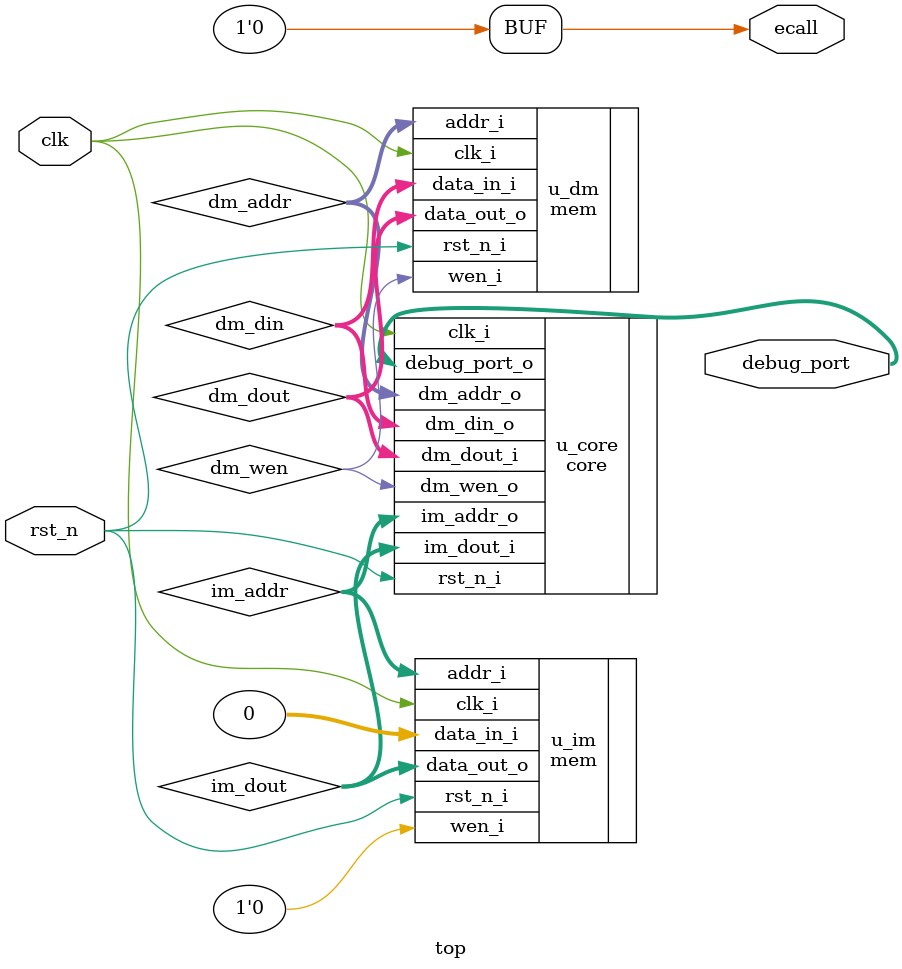
<source format=sv>

module top(rst_n, clk, ecall, debug_port);

  input logic rst_n, clk;
  output logic ecall;
  output logic [31:0] debug_port; // Temporary, need better intf

  logic [31:0] dm_dout;
  logic dm_wen;
  logic [31:0] dm_din;
  logic [31:0] dm_addr;

  logic [31:0] im_dout;
  logic [31:0] im_addr;

  assign ecall = 1'b0;
  
  core u_core(
    .clk_i      (clk),
    .rst_n_i    (rst_n),
    
    .dm_dout_i      (dm_dout),
    .dm_wen_o       (dm_wen),
    .dm_din_o       (dm_din),
    .dm_addr_o      (dm_addr),

    .im_dout_i      (im_dout),
    .im_addr_o      (im_addr),

    .debug_port_o   (debug_port)  
  );

  mem u_dm(
    .rst_n_i      (rst_n),
    .clk_i        (clk),
    .wen_i        (dm_wen),
    .addr_i       (dm_addr),
    .data_in_i    (dm_din),
    .data_out_o   (dm_dout)
  );

  mem u_im(
    .rst_n_i      (rst_n),
    .clk_i        (clk),
    .wen_i        (1'b0),
    .addr_i       (im_addr),
    .data_in_i    (32'h0000),
    .data_out_o   (im_dout)
  );

endmodule

</source>
